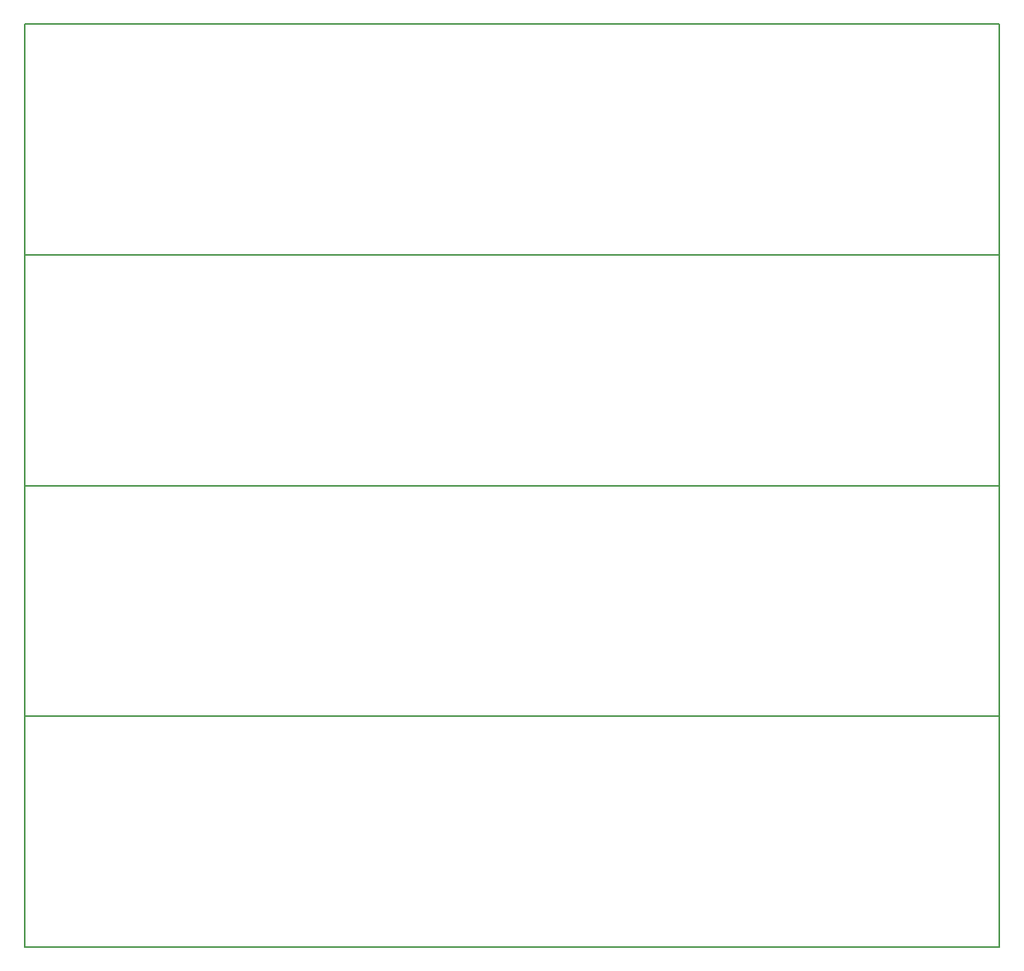
<source format=gbr>
G04 #@! TF.FileFunction,Profile,NP*
%FSLAX46Y46*%
G04 Gerber Fmt 4.6, Leading zero omitted, Abs format (unit mm)*
G04 Created by KiCad (PCBNEW 4.0.4-stable) date 02/23/17 17:34:35*
%MOMM*%
%LPD*%
G01*
G04 APERTURE LIST*
%ADD10C,0.100000*%
%ADD11C,0.150000*%
G04 APERTURE END LIST*
D10*
D11*
X55300000Y-52300000D02*
X55300000Y-77600000D01*
X162000000Y-52300000D02*
X162000000Y-77600000D01*
X162000000Y-77600000D02*
X55300000Y-77600000D01*
X162000000Y-52300000D02*
X55300000Y-52300000D01*
X162000000Y-27000000D02*
X55300000Y-27000000D01*
X162000000Y-52300000D02*
X55300000Y-52300000D01*
X162000000Y-27000000D02*
X162000000Y-52300000D01*
X55300000Y-27000000D02*
X55300000Y-52300000D01*
X55300000Y-77600000D02*
X55300000Y-102900000D01*
X162000000Y-77600000D02*
X162000000Y-102900000D01*
X162000000Y-102900000D02*
X55300000Y-102900000D01*
X162000000Y-77600000D02*
X55300000Y-77600000D01*
X162000000Y-102900000D02*
X55300000Y-102900000D01*
X162000000Y-128200000D02*
X55300000Y-128200000D01*
X162000000Y-102900000D02*
X162000000Y-128200000D01*
X55300000Y-102900000D02*
X55300000Y-128200000D01*
M02*

</source>
